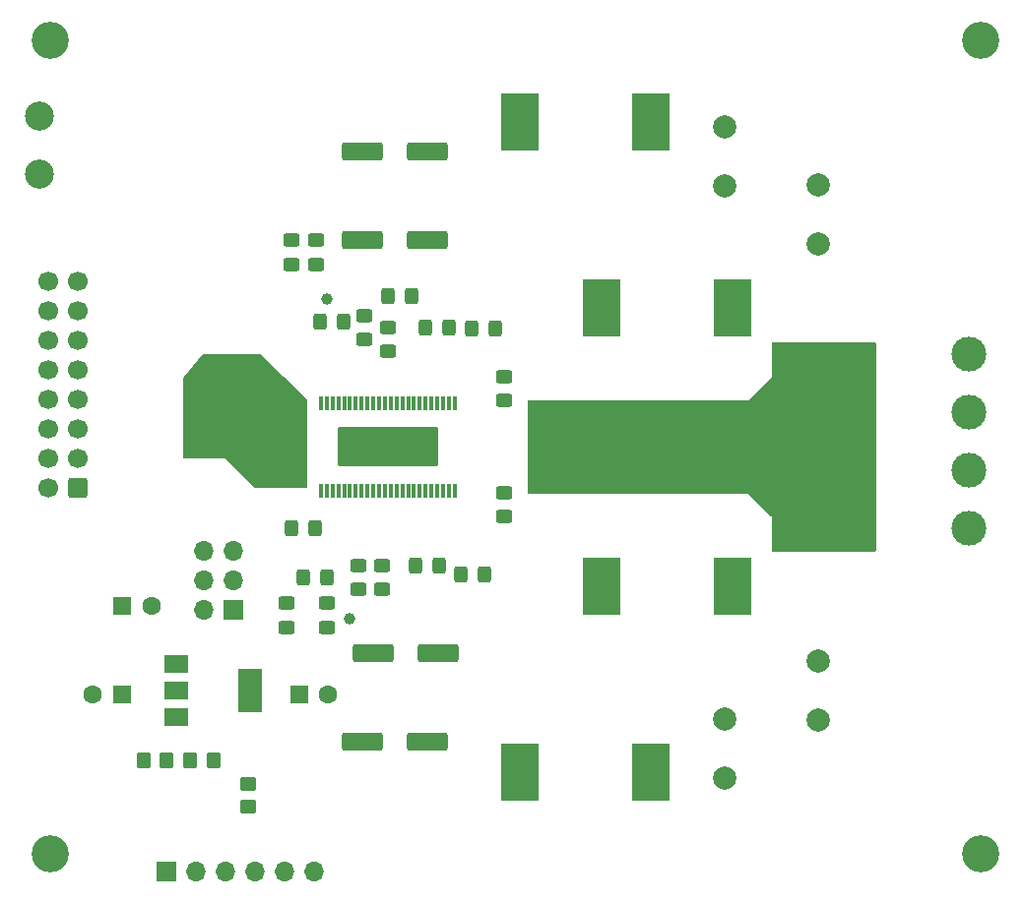
<source format=gbr>
G04 #@! TF.GenerationSoftware,KiCad,Pcbnew,(7.0.0-0)*
G04 #@! TF.CreationDate,2024-11-26T16:17:07-08:00*
G04 #@! TF.ProjectId,tas5754m,74617335-3735-4346-9d2e-6b696361645f,rev?*
G04 #@! TF.SameCoordinates,Original*
G04 #@! TF.FileFunction,Soldermask,Top*
G04 #@! TF.FilePolarity,Negative*
%FSLAX46Y46*%
G04 Gerber Fmt 4.6, Leading zero omitted, Abs format (unit mm)*
G04 Created by KiCad (PCBNEW (7.0.0-0)) date 2024-11-26 16:17:07*
%MOMM*%
%LPD*%
G01*
G04 APERTURE LIST*
G04 Aperture macros list*
%AMRoundRect*
0 Rectangle with rounded corners*
0 $1 Rounding radius*
0 $2 $3 $4 $5 $6 $7 $8 $9 X,Y pos of 4 corners*
0 Add a 4 corners polygon primitive as box body*
4,1,4,$2,$3,$4,$5,$6,$7,$8,$9,$2,$3,0*
0 Add four circle primitives for the rounded corners*
1,1,$1+$1,$2,$3*
1,1,$1+$1,$4,$5*
1,1,$1+$1,$6,$7*
1,1,$1+$1,$8,$9*
0 Add four rect primitives between the rounded corners*
20,1,$1+$1,$2,$3,$4,$5,0*
20,1,$1+$1,$4,$5,$6,$7,0*
20,1,$1+$1,$6,$7,$8,$9,0*
20,1,$1+$1,$8,$9,$2,$3,0*%
G04 Aperture macros list end*
%ADD10C,3.200000*%
%ADD11RoundRect,0.050000X0.150000X0.550000X-0.150000X0.550000X-0.150000X-0.550000X0.150000X-0.550000X0*%
%ADD12RoundRect,0.050000X4.250000X1.650000X-4.250000X1.650000X-4.250000X-1.650000X4.250000X-1.650000X0*%
%ADD13R,3.250000X5.000000*%
%ADD14RoundRect,0.250000X0.600000X0.600000X-0.600000X0.600000X-0.600000X-0.600000X0.600000X-0.600000X0*%
%ADD15C,1.700000*%
%ADD16RoundRect,0.250000X-0.325000X-0.450000X0.325000X-0.450000X0.325000X0.450000X-0.325000X0.450000X0*%
%ADD17RoundRect,0.250000X1.500000X0.550000X-1.500000X0.550000X-1.500000X-0.550000X1.500000X-0.550000X0*%
%ADD18RoundRect,0.250000X0.325000X0.450000X-0.325000X0.450000X-0.325000X-0.450000X0.325000X-0.450000X0*%
%ADD19RoundRect,0.250000X0.450000X-0.325000X0.450000X0.325000X-0.450000X0.325000X-0.450000X-0.325000X0*%
%ADD20RoundRect,0.250000X-0.450000X0.325000X-0.450000X-0.325000X0.450000X-0.325000X0.450000X0.325000X0*%
%ADD21C,2.000000*%
%ADD22RoundRect,0.250000X0.350000X0.450000X-0.350000X0.450000X-0.350000X-0.450000X0.350000X-0.450000X0*%
%ADD23R,1.700000X1.700000*%
%ADD24O,1.700000X1.700000*%
%ADD25R,2.000000X1.500000*%
%ADD26R,2.000000X3.800000*%
%ADD27C,1.000000*%
%ADD28R,1.600000X1.600000*%
%ADD29C,1.600000*%
%ADD30RoundRect,0.250000X-0.450000X0.350000X-0.450000X-0.350000X0.450000X-0.350000X0.450000X0.350000X0*%
%ADD31C,3.000000*%
%ADD32C,2.500000*%
G04 APERTURE END LIST*
D10*
X89000000Y-161000000D03*
X169000000Y-161000000D03*
X169000000Y-91000000D03*
X89000000Y-91000000D03*
D11*
X123750000Y-122250000D03*
X123250000Y-122250000D03*
X122750000Y-122250000D03*
X122250000Y-122250000D03*
X121750000Y-122250000D03*
X121250000Y-122250000D03*
X120750000Y-122250000D03*
X120250000Y-122250000D03*
X119750000Y-122250000D03*
X119250000Y-122250000D03*
X118750000Y-122250000D03*
X118250000Y-122250000D03*
X117750000Y-122250000D03*
X117250000Y-122250000D03*
X116750000Y-122250000D03*
X116250000Y-122250000D03*
X115750000Y-122250000D03*
X115250000Y-122250000D03*
X114750000Y-122250000D03*
X114250000Y-122250000D03*
X113750000Y-122250000D03*
X113250000Y-122250000D03*
X112750000Y-122250000D03*
X112250000Y-122250000D03*
X112250000Y-129750000D03*
X112750000Y-129750000D03*
X113250000Y-129750000D03*
X113750000Y-129750000D03*
X114250000Y-129750000D03*
X114750000Y-129750000D03*
X115250000Y-129750000D03*
X115750000Y-129750000D03*
X116250000Y-129750000D03*
X116750000Y-129750000D03*
X117250000Y-129750000D03*
X117750000Y-129750000D03*
X118250000Y-129750000D03*
X118750000Y-129750000D03*
X119250000Y-129750000D03*
X119750000Y-129750000D03*
X120250000Y-129750000D03*
X120750000Y-129750000D03*
X121250000Y-129750000D03*
X121750000Y-129750000D03*
X122250000Y-129750000D03*
X122750000Y-129750000D03*
X123250000Y-129750000D03*
X123750000Y-129750000D03*
D12*
X118000000Y-126000000D03*
D13*
X129374999Y-153999999D03*
X140624999Y-153999999D03*
X136374999Y-137999999D03*
X147624999Y-137999999D03*
X136374999Y-113999999D03*
X147624999Y-113999999D03*
X129374999Y-97999999D03*
X140624999Y-97999999D03*
D14*
X91340000Y-129540000D03*
D15*
X88800000Y-129540000D03*
X91340000Y-127000000D03*
X88800000Y-127000000D03*
X91340000Y-124460000D03*
X88800000Y-124460000D03*
X91340000Y-121920000D03*
X88800000Y-121920000D03*
X91340000Y-119380000D03*
X88800000Y-119380000D03*
X91340000Y-116840000D03*
X88800000Y-116840000D03*
X91340000Y-114300000D03*
X88800000Y-114300000D03*
X91340000Y-111760000D03*
X88800000Y-111760000D03*
D16*
X121225000Y-115750000D03*
X123275000Y-115750000D03*
D17*
X121400000Y-100600000D03*
X115800000Y-100600000D03*
X121400000Y-108200000D03*
X115800000Y-108200000D03*
D18*
X120025000Y-113000000D03*
X117975000Y-113000000D03*
X127225000Y-115800000D03*
X125175000Y-115800000D03*
X114225000Y-115250000D03*
X112175000Y-115250000D03*
D19*
X118000000Y-117775000D03*
X118000000Y-115725000D03*
D20*
X128000000Y-119975000D03*
X128000000Y-122025000D03*
D21*
X147000000Y-98460000D03*
X147000000Y-103540000D03*
X155000000Y-108540000D03*
X155000000Y-103460000D03*
D19*
X128000000Y-132025000D03*
X128000000Y-129975000D03*
D20*
X117500000Y-136225000D03*
X117500000Y-138275000D03*
D18*
X126325000Y-137000000D03*
X124275000Y-137000000D03*
D21*
X155000000Y-144460000D03*
X155000000Y-149540000D03*
X147000000Y-154540000D03*
X147000000Y-149460000D03*
D18*
X111775000Y-133000000D03*
X109725000Y-133000000D03*
D20*
X109250000Y-139475000D03*
X109250000Y-141525000D03*
X112750000Y-139475000D03*
X112750000Y-141525000D03*
D16*
X120375000Y-136250000D03*
X122425000Y-136250000D03*
D17*
X121400000Y-151400000D03*
X115800000Y-151400000D03*
X122300000Y-143750000D03*
X116700000Y-143750000D03*
D22*
X99000000Y-153000000D03*
X97000000Y-153000000D03*
D23*
X104749999Y-139999999D03*
D24*
X102209999Y-139999999D03*
X104749999Y-137459999D03*
X102209999Y-137459999D03*
X104749999Y-134919999D03*
X102209999Y-134919999D03*
D23*
X98959999Y-162559999D03*
D24*
X101499999Y-162559999D03*
X104039999Y-162559999D03*
X106579999Y-162559999D03*
X109119999Y-162559999D03*
X111659999Y-162559999D03*
D20*
X109750000Y-108225000D03*
X109750000Y-110275000D03*
D19*
X111800000Y-110275000D03*
X111800000Y-108225000D03*
D25*
X99849999Y-144699999D03*
X99849999Y-146999999D03*
D26*
X106149999Y-146999999D03*
D25*
X99849999Y-149299999D03*
D27*
X114750000Y-140750000D03*
X112750000Y-113250000D03*
D20*
X116000000Y-114725000D03*
X116000000Y-116775000D03*
D16*
X110725000Y-137250000D03*
X112775000Y-137250000D03*
D20*
X115500000Y-136225000D03*
X115500000Y-138275000D03*
D28*
X110379999Y-147319999D03*
D29*
X112880000Y-147320000D03*
D30*
X106000000Y-155000000D03*
X106000000Y-157000000D03*
D28*
X95179999Y-139699999D03*
D29*
X97680000Y-139700000D03*
D31*
X168000000Y-118000000D03*
X168000000Y-123000000D03*
X168000000Y-128000000D03*
X168000000Y-133000000D03*
D22*
X103000000Y-153000000D03*
X101000000Y-153000000D03*
D32*
X88000000Y-97500000D03*
X88000000Y-102500000D03*
D28*
X95139999Y-147319999D03*
D29*
X92640000Y-147320000D03*
G36*
X159937000Y-117016881D02*
G01*
X159983119Y-117063000D01*
X160000000Y-117126000D01*
X160000000Y-134874000D01*
X159983119Y-134937000D01*
X159937000Y-134983119D01*
X159874000Y-135000000D01*
X151126000Y-135000000D01*
X151063000Y-134983119D01*
X151016881Y-134937000D01*
X151000000Y-134874000D01*
X151000000Y-132012410D01*
X150997719Y-132000944D01*
X150991224Y-131991224D01*
X149008775Y-130008775D01*
X148999055Y-130002280D01*
X148987590Y-130000000D01*
X130126000Y-130000000D01*
X130063000Y-129983119D01*
X130016881Y-129937000D01*
X130000000Y-129874000D01*
X130000000Y-122126000D01*
X130016881Y-122063000D01*
X130063000Y-122016881D01*
X130126000Y-122000000D01*
X148987590Y-122000000D01*
X148999055Y-121997719D01*
X149008775Y-121991224D01*
X150991224Y-120008775D01*
X150997719Y-119999055D01*
X151000000Y-119987590D01*
X151000000Y-117126000D01*
X151016881Y-117063000D01*
X151063000Y-117016881D01*
X151126000Y-117000000D01*
X159874000Y-117000000D01*
X159937000Y-117016881D01*
G37*
G36*
X106975769Y-118008858D02*
G01*
X107015218Y-118034165D01*
X111060784Y-121883344D01*
X111089272Y-121924305D01*
X111099310Y-121973179D01*
X111099310Y-129416000D01*
X111082697Y-129478000D01*
X111037310Y-129523387D01*
X110975310Y-129540000D01*
X106610672Y-129540000D01*
X106563219Y-129530561D01*
X106522991Y-129503681D01*
X104027948Y-127008638D01*
X104018377Y-127002243D01*
X104007099Y-127000000D01*
X100569000Y-127000000D01*
X100507000Y-126983387D01*
X100461613Y-126938000D01*
X100445000Y-126876000D01*
X100445000Y-120045375D01*
X100452551Y-120002763D01*
X100474286Y-119965342D01*
X102097848Y-118043967D01*
X102140351Y-118011528D01*
X102192562Y-118000000D01*
X106929744Y-118000000D01*
X106975769Y-118008858D01*
G37*
G36*
X159990819Y-116993152D02*
G01*
X160001387Y-116997529D01*
X160002470Y-116998612D01*
X160006848Y-117009181D01*
X160007000Y-117009946D01*
X160007000Y-134990054D01*
X160006848Y-134990819D01*
X160002470Y-135001387D01*
X160001387Y-135002470D01*
X159990819Y-135006848D01*
X159990054Y-135007000D01*
X151009946Y-135007000D01*
X151009181Y-135006848D01*
X150998612Y-135002470D01*
X150997529Y-135001387D01*
X150993152Y-134990819D01*
X150993000Y-134990054D01*
X150993000Y-132023179D01*
X150978660Y-131988558D01*
X149011441Y-130021339D01*
X148976821Y-130007000D01*
X130009946Y-130007000D01*
X130009181Y-130006848D01*
X129998612Y-130002470D01*
X129997529Y-130001387D01*
X129996126Y-129998000D01*
X130002000Y-129998000D01*
X149000000Y-129998000D01*
X149001414Y-129998586D01*
X151001414Y-131998586D01*
X151002000Y-132000000D01*
X151002000Y-134998000D01*
X159998000Y-134998000D01*
X159998000Y-117002000D01*
X151002000Y-117002000D01*
X151002000Y-120000000D01*
X151001414Y-120001414D01*
X149001414Y-122001414D01*
X149000000Y-122002000D01*
X130002000Y-122002000D01*
X130002000Y-129998000D01*
X129996126Y-129998000D01*
X129993152Y-129990819D01*
X129993000Y-129990054D01*
X129993000Y-122009946D01*
X129993152Y-122009181D01*
X129997529Y-121998612D01*
X129998612Y-121997529D01*
X130009181Y-121993152D01*
X130009946Y-121993000D01*
X148976821Y-121993000D01*
X149011441Y-121978660D01*
X150978660Y-120011441D01*
X150993000Y-119976821D01*
X150993000Y-117009946D01*
X150993152Y-117009181D01*
X150997529Y-116998612D01*
X150998612Y-116997529D01*
X151009181Y-116993152D01*
X151009946Y-116993000D01*
X159990054Y-116993000D01*
X159990819Y-116993152D01*
G37*
G36*
X106970430Y-117993143D02*
G01*
X106990468Y-118001152D01*
X106991105Y-118001560D01*
X111100455Y-121911427D01*
X111100718Y-121911734D01*
X111104587Y-121917298D01*
X111104904Y-121918037D01*
X111106269Y-121924680D01*
X111106310Y-121925083D01*
X111106310Y-129530054D01*
X111106158Y-129530819D01*
X111101780Y-129541387D01*
X111100697Y-129542470D01*
X111090129Y-129546848D01*
X111089364Y-129547000D01*
X106569256Y-129547000D01*
X106568491Y-129546848D01*
X106547978Y-129538351D01*
X106547329Y-129537917D01*
X104030751Y-127021339D01*
X103996131Y-127007000D01*
X100454946Y-127007000D01*
X100454181Y-127006848D01*
X100443612Y-127002470D01*
X100442529Y-127001387D01*
X100441126Y-126998000D01*
X100447000Y-126998000D01*
X104019310Y-126998000D01*
X104020724Y-126998586D01*
X106560138Y-129538000D01*
X111097310Y-129538000D01*
X111097310Y-121920858D01*
X106978510Y-118002000D01*
X102135929Y-118002000D01*
X100447000Y-120000732D01*
X100447000Y-126998000D01*
X100441126Y-126998000D01*
X100438152Y-126990819D01*
X100438000Y-126990054D01*
X100438000Y-120008861D01*
X100438122Y-120008174D01*
X100445022Y-119989317D01*
X100445372Y-119988713D01*
X102126133Y-117999646D01*
X102126448Y-117999347D01*
X102132188Y-117994967D01*
X102132970Y-117994604D01*
X102140023Y-117993047D01*
X102140454Y-117993000D01*
X106969688Y-117993000D01*
X106970430Y-117993143D01*
G37*
M02*

</source>
